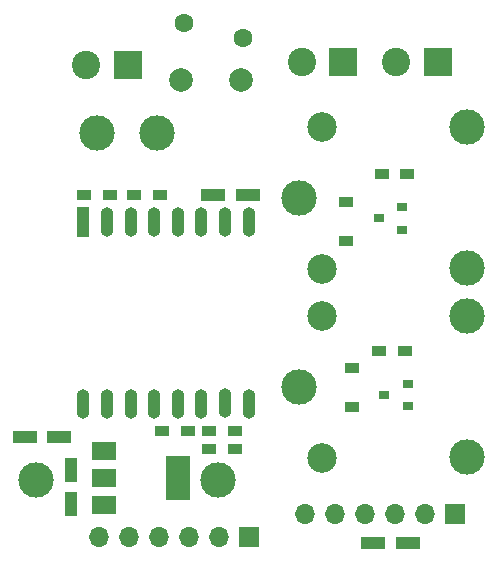
<source format=gbs>
G04 #@! TF.GenerationSoftware,KiCad,Pcbnew,no-vcs-found-aeac415~59~ubuntu16.04.1*
G04 #@! TF.CreationDate,2017-08-24T18:03:37+03:00*
G04 #@! TF.ProjectId,wifi_lights,776966695F6C69676874732E6B696361,rev?*
G04 #@! TF.SameCoordinates,Original*
G04 #@! TF.FileFunction,Soldermask,Bot*
G04 #@! TF.FilePolarity,Negative*
%FSLAX46Y46*%
G04 Gerber Fmt 4.6, Leading zero omitted, Abs format (unit mm)*
G04 Created by KiCad (PCBNEW no-vcs-found-aeac415~59~ubuntu16.04.1) date Thu Aug 24 18:03:37 2017*
%MOMM*%
%LPD*%
G01*
G04 APERTURE LIST*
%ADD10R,1.200000X0.900000*%
%ADD11O,1.700000X1.700000*%
%ADD12R,1.700000X1.700000*%
%ADD13R,0.900000X0.800000*%
%ADD14C,2.500000*%
%ADD15C,3.000000*%
%ADD16C,1.600000*%
%ADD17R,2.000000X1.500000*%
%ADD18R,2.000000X3.800000*%
%ADD19C,2.000000*%
%ADD20R,2.400000X2.400000*%
%ADD21C,2.400000*%
%ADD22R,2.150000X1.100000*%
%ADD23R,1.100000X2.150000*%
%ADD24R,1.100000X2.500000*%
%ADD25O,1.100000X2.500000*%
G04 APERTURE END LIST*
D10*
X131250000Y-67600000D03*
X131250000Y-70900000D03*
X131750000Y-85000000D03*
X131750000Y-81700000D03*
D11*
X127800000Y-94000000D03*
X130340000Y-94000000D03*
X132880000Y-94000000D03*
X135420000Y-94000000D03*
X137960000Y-94000000D03*
D12*
X140500000Y-94000000D03*
D13*
X134000000Y-69000000D03*
X136000000Y-69950000D03*
X136000000Y-68050000D03*
X136500000Y-83000000D03*
X136500000Y-84900000D03*
X134500000Y-83950000D03*
D10*
X113300000Y-67000000D03*
X115500000Y-67000000D03*
X111250000Y-67000000D03*
X109050000Y-67000000D03*
X119650000Y-88500000D03*
X121850000Y-88500000D03*
X117850000Y-87000000D03*
X115650000Y-87000000D03*
X121850000Y-87000000D03*
X119650000Y-87000000D03*
X136450000Y-65250000D03*
X134250000Y-65250000D03*
X134050000Y-80250000D03*
X136250000Y-80250000D03*
D14*
X129200000Y-73300000D03*
X129200000Y-61300000D03*
D15*
X127250000Y-67250000D03*
X141450000Y-73250000D03*
X141450000Y-61250000D03*
X141450000Y-77250000D03*
X141450000Y-89250000D03*
X127250000Y-83250000D03*
D14*
X129200000Y-77300000D03*
X129200000Y-89300000D03*
D16*
X117500000Y-52450000D03*
X122500000Y-53750000D03*
D17*
X110750000Y-93300000D03*
X110750000Y-88700000D03*
X110750000Y-91000000D03*
D18*
X117050000Y-91000000D03*
D19*
X122330000Y-57260000D03*
X117250000Y-57250000D03*
D11*
X110300000Y-96000000D03*
X112840000Y-96000000D03*
X115380000Y-96000000D03*
X117920000Y-96000000D03*
X120460000Y-96000000D03*
D12*
X123000000Y-96000000D03*
D20*
X112750000Y-56000000D03*
D21*
X109250000Y-56000000D03*
D20*
X131000000Y-55750000D03*
D21*
X127500000Y-55750000D03*
X135500000Y-55750000D03*
D20*
X139000000Y-55750000D03*
D22*
X106975000Y-87500000D03*
X104025000Y-87500000D03*
D23*
X108000000Y-93225000D03*
X108000000Y-90275000D03*
D22*
X133550000Y-96500000D03*
X136500000Y-96500000D03*
D15*
X115200000Y-61799982D03*
X110200000Y-61799982D03*
X120400000Y-91199982D03*
X105000000Y-91199982D03*
D22*
X120025000Y-67000000D03*
X122975000Y-67000000D03*
D24*
X109000000Y-69300000D03*
D25*
X111000000Y-69300000D03*
X113000000Y-69300000D03*
X115000000Y-69300000D03*
X117000000Y-69300000D03*
X119000000Y-69300000D03*
X121000000Y-69300000D03*
X123000000Y-69300000D03*
X123000000Y-84700000D03*
X121000000Y-84600000D03*
X119000000Y-84700000D03*
X117000000Y-84700000D03*
X115000000Y-84700000D03*
X113000000Y-84700000D03*
X111000000Y-84700000D03*
X109000000Y-84700000D03*
M02*

</source>
